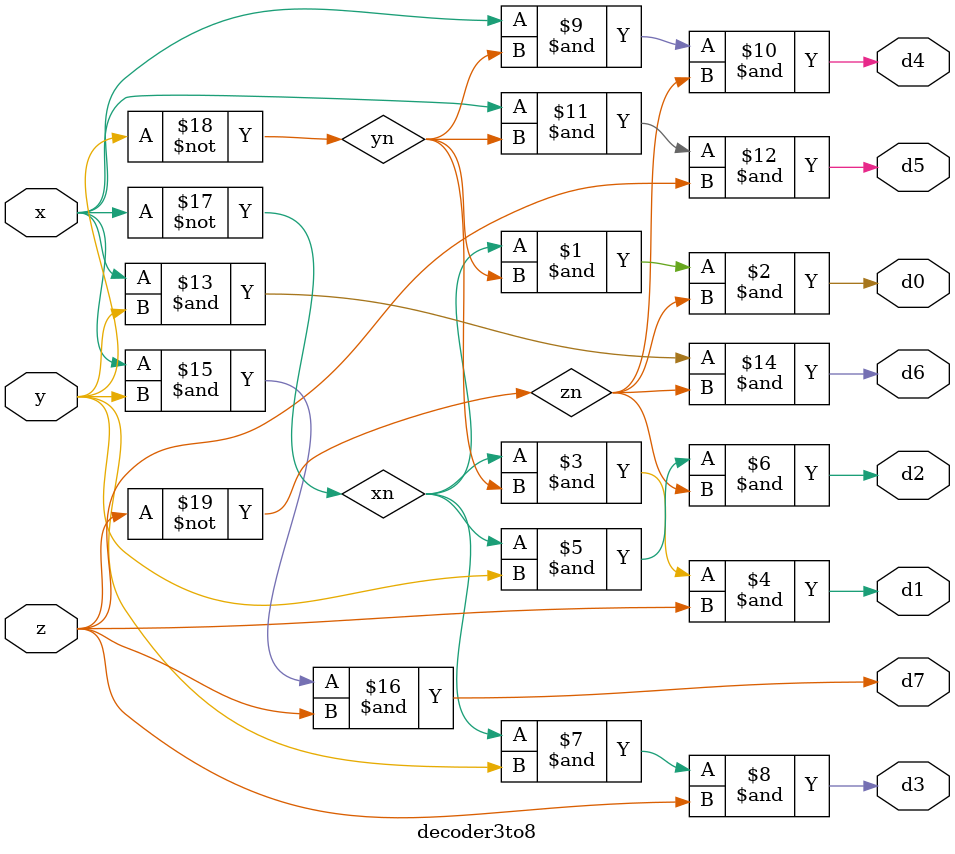
<source format=v>
module decoder3to8(d0, d1, d2, d3, d4, d5, d6, d7, x, y, z);
    input x, y, z;
    output d0, d1, d2, d3, d4, d5, d6, d7;

    wire xn, yn, zn;
    not n1(xn, x);
    not n2(yn, y);
    not n3(zn, z);

    and a0(d0, xn, yn, zn);
    and a1(d1, xn, yn, z);
    and a2(d2, xn, y, zn);
    and a3(d3, xn, y, z);
    and a4(d4, x, yn, zn);
    and a5(d5, x, yn, z);
    and a6(d6, x, y, zn);
    and a7(d7, x, y, z);
endmodule
</source>
